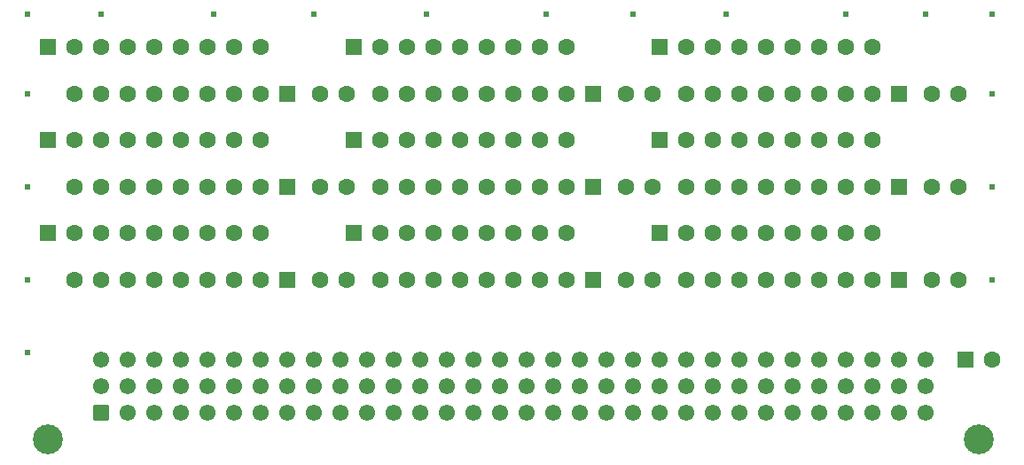
<source format=gts>
G04 #@! TF.GenerationSoftware,KiCad,Pcbnew,9.0.6*
G04 #@! TF.CreationDate,2025-12-07T17:06:00+09:00*
G04 #@! TF.ProjectId,VME_J1_Terminator_type2,564d455f-4a31-45f5-9465-726d696e6174,0.0*
G04 #@! TF.SameCoordinates,PX63c5fe0PY55bb8f0*
G04 #@! TF.FileFunction,Soldermask,Top*
G04 #@! TF.FilePolarity,Negative*
%FSLAX46Y46*%
G04 Gerber Fmt 4.6, Leading zero omitted, Abs format (unit mm)*
G04 Created by KiCad (PCBNEW 9.0.6) date 2025-12-07 17:06:00*
%MOMM*%
%LPD*%
G01*
G04 APERTURE LIST*
G04 Aperture macros list*
%AMRoundRect*
0 Rectangle with rounded corners*
0 $1 Rounding radius*
0 $2 $3 $4 $5 $6 $7 $8 $9 X,Y pos of 4 corners*
0 Add a 4 corners polygon primitive as box body*
4,1,4,$2,$3,$4,$5,$6,$7,$8,$9,$2,$3,0*
0 Add four circle primitives for the rounded corners*
1,1,$1+$1,$2,$3*
1,1,$1+$1,$4,$5*
1,1,$1+$1,$6,$7*
1,1,$1+$1,$8,$9*
0 Add four rect primitives between the rounded corners*
20,1,$1+$1,$2,$3,$4,$5,0*
20,1,$1+$1,$4,$5,$6,$7,0*
20,1,$1+$1,$6,$7,$8,$9,0*
20,1,$1+$1,$8,$9,$2,$3,0*%
G04 Aperture macros list end*
%ADD10R,1.600000X1.600000*%
%ADD11C,1.600000*%
%ADD12RoundRect,0.250000X-0.550000X-0.550000X0.550000X-0.550000X0.550000X0.550000X-0.550000X0.550000X0*%
%ADD13C,2.850000*%
%ADD14RoundRect,0.249999X0.525001X0.525001X-0.525001X0.525001X-0.525001X-0.525001X0.525001X-0.525001X0*%
%ADD15C,1.550000*%
%ADD16C,0.605000*%
G04 APERTURE END LIST*
D10*
X56515000Y26670000D03*
D11*
X53975000Y26670000D03*
X51435000Y26670000D03*
X48895000Y26670000D03*
X46355000Y26670000D03*
X43815000Y26670000D03*
X41275000Y26670000D03*
X38735000Y26670000D03*
X36195000Y26670000D03*
X59710000Y17780000D03*
X62210000Y17780000D03*
D10*
X62865000Y22225000D03*
D11*
X65405000Y22225000D03*
X67945000Y22225000D03*
X70485000Y22225000D03*
X73025000Y22225000D03*
X75565000Y22225000D03*
X78105000Y22225000D03*
X80645000Y22225000D03*
X83185000Y22225000D03*
D10*
X62865000Y40005000D03*
D11*
X65405000Y40005000D03*
X67945000Y40005000D03*
X70485000Y40005000D03*
X73025000Y40005000D03*
X75565000Y40005000D03*
X78105000Y40005000D03*
X80645000Y40005000D03*
X83185000Y40005000D03*
D10*
X27305000Y35560000D03*
D11*
X24765000Y35560000D03*
X22225000Y35560000D03*
X19685000Y35560000D03*
X17145000Y35560000D03*
X14605000Y35560000D03*
X12065000Y35560000D03*
X9525000Y35560000D03*
X6985000Y35560000D03*
D10*
X4445000Y22225000D03*
D11*
X6985000Y22225000D03*
X9525000Y22225000D03*
X12065000Y22225000D03*
X14605000Y22225000D03*
X17145000Y22225000D03*
X19685000Y22225000D03*
X22225000Y22225000D03*
X24765000Y22225000D03*
X30500000Y35560000D03*
X33000000Y35560000D03*
X30500000Y17780000D03*
X33000000Y17780000D03*
D10*
X33655000Y40005000D03*
D11*
X36195000Y40005000D03*
X38735000Y40005000D03*
X41275000Y40005000D03*
X43815000Y40005000D03*
X46355000Y40005000D03*
X48895000Y40005000D03*
X51435000Y40005000D03*
X53975000Y40005000D03*
D10*
X33655000Y31115000D03*
D11*
X36195000Y31115000D03*
X38735000Y31115000D03*
X41275000Y31115000D03*
X43815000Y31115000D03*
X46355000Y31115000D03*
X48895000Y31115000D03*
X51435000Y31115000D03*
X53975000Y31115000D03*
X88920000Y35560000D03*
X91420000Y35560000D03*
D10*
X85725000Y35560000D03*
D11*
X83185000Y35560000D03*
X80645000Y35560000D03*
X78105000Y35560000D03*
X75565000Y35560000D03*
X73025000Y35560000D03*
X70485000Y35560000D03*
X67945000Y35560000D03*
X65405000Y35560000D03*
D10*
X4445000Y40005000D03*
D11*
X6985000Y40005000D03*
X9525000Y40005000D03*
X12065000Y40005000D03*
X14605000Y40005000D03*
X17145000Y40005000D03*
X19685000Y40005000D03*
X22225000Y40005000D03*
X24765000Y40005000D03*
D10*
X85725000Y26670000D03*
D11*
X83185000Y26670000D03*
X80645000Y26670000D03*
X78105000Y26670000D03*
X75565000Y26670000D03*
X73025000Y26670000D03*
X70485000Y26670000D03*
X67945000Y26670000D03*
X65405000Y26670000D03*
X88920000Y26670000D03*
X91420000Y26670000D03*
D10*
X56515000Y35560000D03*
D11*
X53975000Y35560000D03*
X51435000Y35560000D03*
X48895000Y35560000D03*
X46355000Y35560000D03*
X43815000Y35560000D03*
X41275000Y35560000D03*
X38735000Y35560000D03*
X36195000Y35560000D03*
D12*
X92115000Y10160000D03*
D11*
X94615000Y10160000D03*
X59710000Y35560000D03*
X62210000Y35560000D03*
D10*
X56515000Y17780000D03*
D11*
X53975000Y17780000D03*
X51435000Y17780000D03*
X48895000Y17780000D03*
X46355000Y17780000D03*
X43815000Y17780000D03*
X41275000Y17780000D03*
X38735000Y17780000D03*
X36195000Y17780000D03*
X59710000Y26670000D03*
X62210000Y26670000D03*
X30500000Y26670000D03*
X33000000Y26670000D03*
D10*
X62865000Y31115000D03*
D11*
X65405000Y31115000D03*
X67945000Y31115000D03*
X70485000Y31115000D03*
X73025000Y31115000D03*
X75565000Y31115000D03*
X78105000Y31115000D03*
X80645000Y31115000D03*
X83185000Y31115000D03*
D10*
X27305000Y26670000D03*
D11*
X24765000Y26670000D03*
X22225000Y26670000D03*
X19685000Y26670000D03*
X17145000Y26670000D03*
X14605000Y26670000D03*
X12065000Y26670000D03*
X9525000Y26670000D03*
X6985000Y26670000D03*
X88920000Y17780000D03*
X91420000Y17780000D03*
D10*
X4445000Y31115000D03*
D11*
X6985000Y31115000D03*
X9525000Y31115000D03*
X12065000Y31115000D03*
X14605000Y31115000D03*
X17145000Y31115000D03*
X19685000Y31115000D03*
X22225000Y31115000D03*
X24765000Y31115000D03*
D13*
X93345000Y2550000D03*
X4445000Y2550000D03*
D14*
X9525000Y5090000D03*
D15*
X12065000Y5090000D03*
X14605000Y5090000D03*
X17145000Y5090000D03*
X19685000Y5090000D03*
X22225000Y5090000D03*
X24765000Y5090000D03*
X27305000Y5090000D03*
X29845000Y5090000D03*
X32385000Y5090000D03*
X34925000Y5090000D03*
X37465000Y5090000D03*
X40005000Y5090000D03*
X42545000Y5090000D03*
X45085000Y5090000D03*
X47625000Y5090000D03*
X50165000Y5090000D03*
X52705000Y5090000D03*
X55245000Y5090000D03*
X57785000Y5090000D03*
X60325000Y5090000D03*
X62865000Y5090000D03*
X65405000Y5090000D03*
X67945000Y5090000D03*
X70485000Y5090000D03*
X73025000Y5090000D03*
X75565000Y5090000D03*
X78105000Y5090000D03*
X80645000Y5090000D03*
X83185000Y5090000D03*
X85725000Y5090000D03*
X88265000Y5090000D03*
X9525000Y7630000D03*
X12065000Y7630000D03*
X14605000Y7630000D03*
X17145000Y7630000D03*
X19685000Y7630000D03*
X22225000Y7630000D03*
X24765000Y7630000D03*
X27305000Y7630000D03*
X29845000Y7630000D03*
X32385000Y7630000D03*
X34925000Y7630000D03*
X37465000Y7630000D03*
X40005000Y7630000D03*
X42545000Y7630000D03*
X45085000Y7630000D03*
X47625000Y7630000D03*
X50165000Y7630000D03*
X52705000Y7630000D03*
X55245000Y7630000D03*
X57785000Y7630000D03*
X60325000Y7630000D03*
X62865000Y7630000D03*
X65405000Y7630000D03*
X67945000Y7630000D03*
X70485000Y7630000D03*
X73025000Y7630000D03*
X75565000Y7630000D03*
X78105000Y7630000D03*
X80645000Y7630000D03*
X83185000Y7630000D03*
X85725000Y7630000D03*
X88265000Y7630000D03*
X9525000Y10170000D03*
X12065000Y10170000D03*
X14605000Y10170000D03*
X17145000Y10170000D03*
X19685000Y10170000D03*
X22225000Y10170000D03*
X24765000Y10170000D03*
X27305000Y10170000D03*
X29845000Y10170000D03*
X32385000Y10170000D03*
X34925000Y10170000D03*
X37465000Y10170000D03*
X40005000Y10170000D03*
X42545000Y10170000D03*
X45085000Y10170000D03*
X47625000Y10170000D03*
X50165000Y10170000D03*
X52705000Y10170000D03*
X55245000Y10170000D03*
X57785000Y10170000D03*
X60325000Y10170000D03*
X62865000Y10170000D03*
X65405000Y10170000D03*
X67945000Y10170000D03*
X70485000Y10170000D03*
X73025000Y10170000D03*
X75565000Y10170000D03*
X78105000Y10170000D03*
X80645000Y10170000D03*
X83185000Y10170000D03*
X85725000Y10170000D03*
X88265000Y10170000D03*
D10*
X85725000Y17780000D03*
D11*
X83185000Y17780000D03*
X80645000Y17780000D03*
X78105000Y17780000D03*
X75565000Y17780000D03*
X73025000Y17780000D03*
X70485000Y17780000D03*
X67945000Y17780000D03*
X65405000Y17780000D03*
D10*
X33655000Y22225000D03*
D11*
X36195000Y22225000D03*
X38735000Y22225000D03*
X41275000Y22225000D03*
X43815000Y22225000D03*
X46355000Y22225000D03*
X48895000Y22225000D03*
X51435000Y22225000D03*
X53975000Y22225000D03*
D10*
X27305000Y17780000D03*
D11*
X24765000Y17780000D03*
X22225000Y17780000D03*
X19685000Y17780000D03*
X17145000Y17780000D03*
X14605000Y17780000D03*
X12065000Y17780000D03*
X9525000Y17780000D03*
X6985000Y17780000D03*
D16*
X88265000Y43180000D03*
X94615000Y43180000D03*
X94615000Y35560000D03*
X94615000Y26670000D03*
X94615000Y17780000D03*
X2540000Y10795000D03*
X2540000Y17780000D03*
X2540000Y26670000D03*
X2540000Y35560000D03*
X2540000Y43180000D03*
X9525000Y43180000D03*
X20320000Y43180000D03*
X29845000Y43180000D03*
X40640000Y43180000D03*
X52070000Y43180000D03*
X60325000Y43180000D03*
X69215000Y43180000D03*
X80645000Y43180000D03*
M02*

</source>
